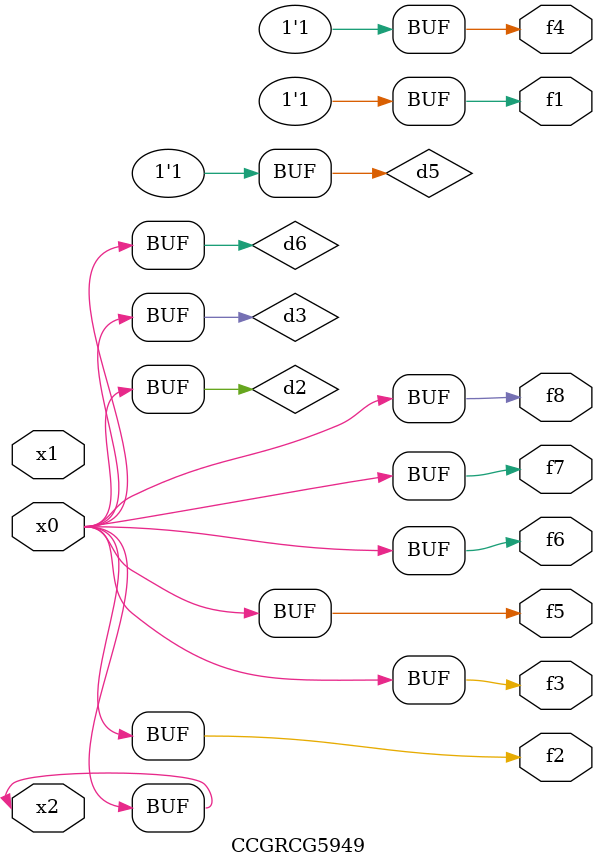
<source format=v>
module CCGRCG5949(
	input x0, x1, x2,
	output f1, f2, f3, f4, f5, f6, f7, f8
);

	wire d1, d2, d3, d4, d5, d6;

	xnor (d1, x2);
	buf (d2, x0, x2);
	and (d3, x0);
	xnor (d4, x1, x2);
	nand (d5, d1, d3);
	buf (d6, d2, d3);
	assign f1 = d5;
	assign f2 = d6;
	assign f3 = d6;
	assign f4 = d5;
	assign f5 = d6;
	assign f6 = d6;
	assign f7 = d6;
	assign f8 = d6;
endmodule

</source>
